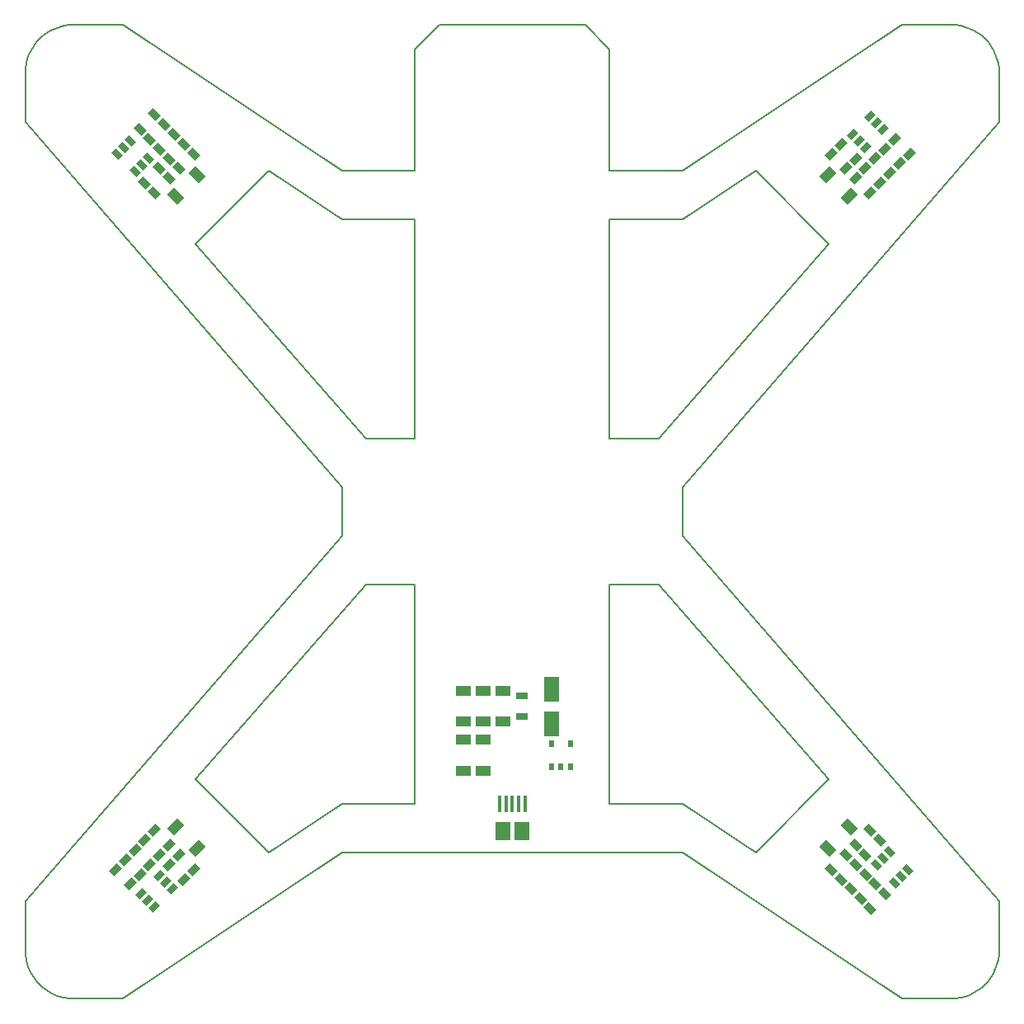
<source format=gbr>
G04 PROTEUS RS274X GERBER FILE*
%FSLAX45Y45*%
%MOMM*%
G01*
%AMPPAD005*
4,1,4,
0.134700,0.673520,
0.673520,0.134700,
-0.134700,-0.673520,
-0.673520,-0.134700,
0.134700,0.673520,
0*%
%ADD15PPAD005*%
%AMPPAD006*
4,1,4,
0.583360,0.123740,
-0.123740,-0.583360,
-0.583360,-0.123740,
0.123740,0.583360,
0.583360,0.123740,
0*%
%ADD16PPAD006*%
%AMPPAD007*
4,1,4,
0.179610,0.898030,
0.898030,0.179610,
-0.179610,-0.898030,
-0.898030,-0.179610,
0.179610,0.898030,
0*%
%ADD17PPAD007*%
%AMPPAD008*
4,1,4,
-0.673520,0.134700,
-0.134700,0.673520,
0.673520,-0.134700,
0.134700,-0.673520,
-0.673520,0.134700,
0*%
%ADD18PPAD008*%
%AMPPAD009*
4,1,4,
-0.123740,0.583360,
0.583360,-0.123740,
0.123740,-0.583360,
-0.583360,0.123740,
-0.123740,0.583360,
0*%
%ADD19PPAD009*%
%AMPPAD010*
4,1,4,
-0.898030,0.179610,
-0.179610,0.898030,
0.898030,-0.179610,
0.179610,-0.898030,
-0.898030,0.179610,
0*%
%ADD70PPAD010*%
%ADD22R,0.381000X1.778000*%
%ADD25R,1.500000X1.900000*%
%ADD26R,1.524000X1.016000*%
%ADD28R,1.143000X0.762000*%
%ADD29R,1.524000X2.540000*%
%ADD72R,0.508000X0.635000*%
%ADD73C,0.203200*%
D15*
X-3775434Y-3374566D03*
X-3624566Y-3525434D03*
D16*
X-3809099Y-3924749D03*
X-3741924Y-3991924D03*
X-3674749Y-4059099D03*
X-3490901Y-3875251D03*
X-3558076Y-3808076D03*
X-3625251Y-3740901D03*
D15*
X-3724566Y-3625434D03*
X-3875434Y-3474566D03*
X-3524566Y-3425434D03*
X-3675434Y-3274566D03*
X-3924566Y-3825434D03*
X-4075434Y-3674566D03*
D17*
X-3461355Y-3238645D03*
X-3238645Y-3461355D03*
D15*
X-3824566Y-3725434D03*
X-3975434Y-3574566D03*
X-3374566Y-3775434D03*
X-3525434Y-3624566D03*
X-3274566Y-3675434D03*
X-3425434Y-3524566D03*
D18*
X+3374566Y-3775434D03*
X+3525434Y-3624566D03*
D19*
X+3924749Y-3809099D03*
X+3991924Y-3741924D03*
X+4059099Y-3674749D03*
X+3875251Y-3490901D03*
X+3808076Y-3558076D03*
X+3740901Y-3625251D03*
D18*
X+3625434Y-3724566D03*
X+3474566Y-3875434D03*
X+3425434Y-3524566D03*
X+3274566Y-3675434D03*
X+3825434Y-3924566D03*
X+3674566Y-4075434D03*
D70*
X+3238645Y-3461355D03*
X+3461355Y-3238645D03*
D18*
X+3725434Y-3824566D03*
X+3574566Y-3975434D03*
X+3775434Y-3374566D03*
X+3624566Y-3525434D03*
X+3675434Y-3274566D03*
X+3524566Y-3425434D03*
D15*
X+3775434Y+3374566D03*
X+3624566Y+3525434D03*
D16*
X+3809099Y+3924749D03*
X+3741924Y+3991924D03*
X+3674749Y+4059099D03*
X+3490901Y+3875251D03*
X+3558076Y+3808076D03*
X+3625251Y+3740901D03*
D15*
X+3724566Y+3625434D03*
X+3875434Y+3474566D03*
X+3524566Y+3425434D03*
X+3675434Y+3274566D03*
X+3924566Y+3825434D03*
X+4075434Y+3674566D03*
D17*
X+3461355Y+3238645D03*
X+3238645Y+3461355D03*
D15*
X+3824566Y+3725434D03*
X+3975434Y+3574566D03*
X+3374566Y+3775434D03*
X+3525434Y+3624566D03*
X+3274566Y+3675434D03*
X+3425434Y+3524566D03*
D18*
X-3374566Y+3775434D03*
X-3525434Y+3624566D03*
D19*
X-3924749Y+3809099D03*
X-3991924Y+3741924D03*
X-4059099Y+3674749D03*
X-3875251Y+3490901D03*
X-3808076Y+3558076D03*
X-3740901Y+3625251D03*
D18*
X-3625434Y+3724566D03*
X-3474566Y+3875434D03*
X-3425434Y+3524566D03*
X-3274566Y+3675434D03*
X-3825434Y+3924566D03*
X-3674566Y+4075434D03*
D70*
X-3238645Y+3461355D03*
X-3461355Y+3238645D03*
D18*
X-3725434Y+3824566D03*
X-3574566Y+3975434D03*
X-3775434Y+3374566D03*
X-3624566Y+3525434D03*
X-3675434Y+3274566D03*
X-3524566Y+3425434D03*
D22*
X-130000Y-3000000D03*
X-65000Y-3000000D03*
X+0Y-3000000D03*
X+65000Y-3000000D03*
X+130000Y-3000000D03*
D25*
X-100000Y-3282700D03*
X+100000Y-3282700D03*
D26*
X-300000Y-2657480D03*
X-300000Y-2342520D03*
X-300000Y-2157480D03*
X-300000Y-1842520D03*
X-500000Y-2157480D03*
X-500000Y-1842520D03*
X-500000Y-2342520D03*
X-500000Y-2657480D03*
X-100000Y-2157480D03*
X-100000Y-1842520D03*
D28*
X+100000Y-1893320D03*
X+100000Y-2106680D03*
D29*
X+400000Y-1820000D03*
X+400000Y-2180000D03*
D72*
X+403480Y-2621920D03*
X+497460Y-2621920D03*
X+593980Y-2621920D03*
X+593980Y-2383160D03*
X+403480Y-2383160D03*
D73*
X-4000000Y-5000000D02*
X-4500000Y-5000000D01*
X-4551964Y-4997475D01*
X-4602234Y-4990051D01*
X-4650581Y-4977959D01*
X-4696777Y-4961426D01*
X-4740593Y-4940681D01*
X-4781799Y-4915955D01*
X-4820168Y-4887474D01*
X-4855469Y-4855469D01*
X-4887474Y-4820168D01*
X-4915955Y-4781799D01*
X-4940682Y-4740593D01*
X-4961426Y-4696777D01*
X-4977959Y-4650581D01*
X-4990051Y-4602234D01*
X-4997475Y-4551964D01*
X-5000000Y-4500000D01*
X-5000000Y-4000000D01*
X-1750000Y-250000D01*
X-1750000Y+250000D01*
X-5000000Y+4000000D01*
X-5000000Y+4500000D01*
X-4997475Y+4551964D01*
X-4990051Y+4602234D01*
X-4977959Y+4650581D01*
X-4961426Y+4696777D01*
X-4940682Y+4740593D01*
X-4915955Y+4781799D01*
X-4887474Y+4820168D01*
X-4855469Y+4855469D01*
X-4820168Y+4887474D01*
X-4781799Y+4915955D01*
X-4740593Y+4940681D01*
X-4696777Y+4961426D01*
X-4650581Y+4977959D01*
X-4602234Y+4990051D01*
X-4551964Y+4997475D01*
X-4500000Y+5000000D01*
X-4000000Y+5000000D01*
X-1750000Y+3500000D01*
X-1000000Y+3500000D01*
X-1000000Y+4750000D01*
X-750000Y+5000000D01*
X+750000Y+5000000D01*
X+1000000Y+4750000D01*
X+1000000Y+3500000D01*
X+1750000Y+3500000D01*
X+4000000Y+5000000D01*
X+4500000Y+5000000D01*
X+4551964Y+4997475D01*
X+4602234Y+4990051D01*
X+4650581Y+4977959D01*
X+4696777Y+4961426D01*
X+4740593Y+4940681D01*
X+4781799Y+4915955D01*
X+4820168Y+4887474D01*
X+4855469Y+4855469D01*
X+4887474Y+4820168D01*
X+4915955Y+4781799D01*
X+4940682Y+4740593D01*
X+4961426Y+4696777D01*
X+4977959Y+4650581D01*
X+4990051Y+4602234D01*
X+4997475Y+4551964D01*
X+5000000Y+4500000D01*
X+5000000Y+4000000D01*
X+1750000Y+250000D01*
X+1750000Y-250000D01*
X+5000000Y-4000000D01*
X+5000000Y-4500000D01*
X+4997475Y-4551964D01*
X+4990051Y-4602234D01*
X+4977959Y-4650581D01*
X+4961426Y-4696777D01*
X+4940682Y-4740593D01*
X+4915955Y-4781799D01*
X+4887474Y-4820168D01*
X+4855469Y-4855469D01*
X+4820168Y-4887474D01*
X+4781799Y-4915955D01*
X+4740593Y-4940681D01*
X+4696777Y-4961426D01*
X+4650581Y-4977959D01*
X+4602234Y-4990051D01*
X+4551964Y-4997475D01*
X+4500000Y-5000000D01*
X+4000000Y-5000000D01*
X+1750000Y-3500000D01*
X-1750000Y-3500000D01*
X-4000000Y-5000000D01*
X-3250000Y-2750000D02*
X-2500000Y-3500000D01*
X-1750000Y-3000000D01*
X-1000000Y-3000000D01*
X-1000000Y-750000D01*
X-1500000Y-750000D01*
X-3250000Y-2750000D01*
X+3250000Y-2750000D02*
X+2500000Y-3500000D01*
X+1750000Y-3000000D01*
X+1000000Y-3000000D01*
X+1000000Y-750000D01*
X+1500000Y-750000D01*
X+3250000Y-2750000D01*
X+3250000Y+2750000D02*
X+2500000Y+3500000D01*
X+1750000Y+3000000D01*
X+1000000Y+3000000D01*
X+1000000Y+750000D01*
X+1500000Y+750000D01*
X+3250000Y+2750000D01*
X-3250000Y+2750000D02*
X-2500000Y+3500000D01*
X-1750000Y+3000000D01*
X-1000000Y+3000000D01*
X-1000000Y+750000D01*
X-1500000Y+750000D01*
X-3250000Y+2750000D01*
M02*

</source>
